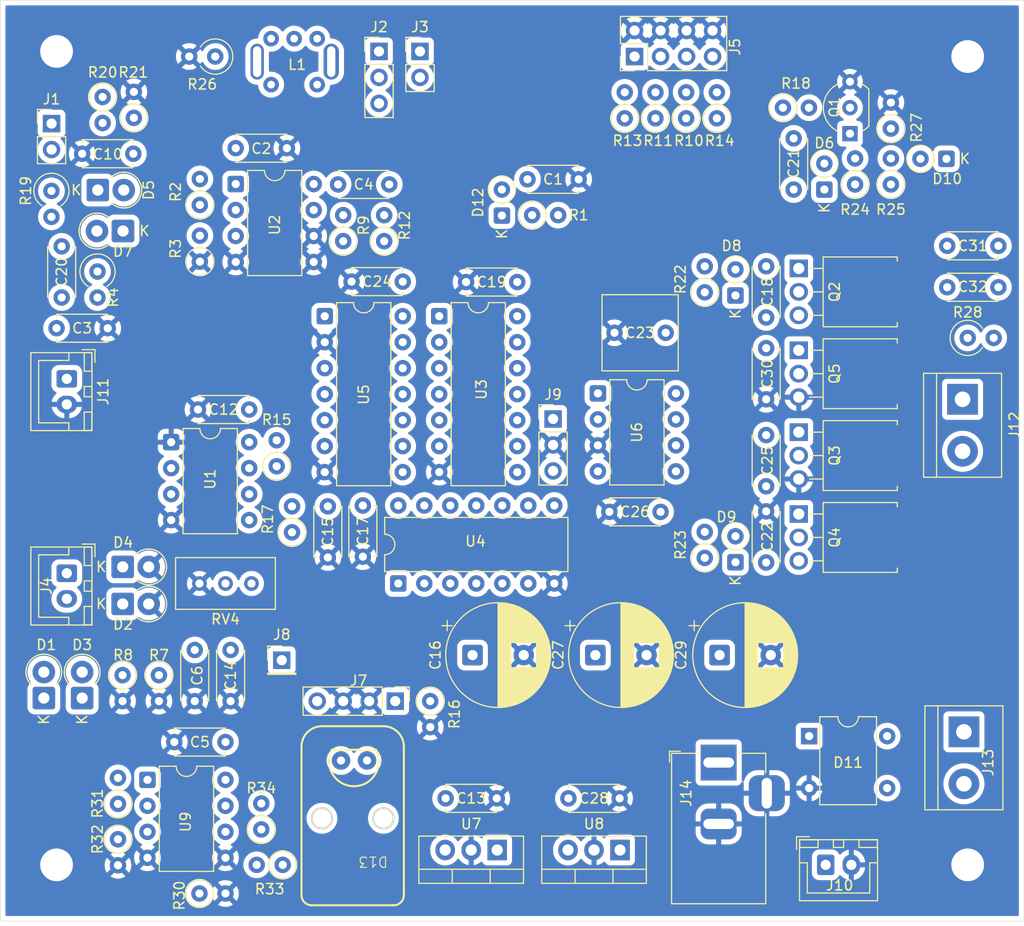
<source format=kicad_pcb>
(kicad_pcb (version 20241229) (generator "pcbnew") (generator_version "9.0")
  (layers (0 "F.Cu" signal) (2 "B.Cu" signal) (13 "F.Paste" user) (15 "B.Paste" user) (5 "F.SilkS" user "F.Silkscreen") (7 "B.SilkS" user "B.Silkscreen") (1 "F.Mask" user) (3 "B.Mask" user) (25 "Edge.Cuts" user))
  (net 0 "")
  (net 1 "Net-(D12-A)")
  (net 2 "GND")
  (net 3 "+5V")
  (net 4 "Net-(J11-Pin_1)")
  (net 5 "Net-(C4-Pad2)")
  (net 6 "SIGNAL")
  (net 7 "OC")
  (net 8 "Net-(D5-A)")
  (net 9 "+9V")
  (net 10 "Net-(J8-Pin_1)")
  (net 11 "Net-(U5B-~{R})")
  (net 12 "Net-(Q5-G)")
  (net 13 "Net-(D8-A)")
  (net 14 "Net-(C20-Pad1)")
  (net 15 "Net-(D6-K)")
  (net 16 "VDC")
  (net 17 "Net-(D9-A)")
  (net 18 "Net-(Q3-G)")
  (net 19 "Net-(Q2-D)")
  (net 20 "Net-(J12-Pin_1)")
  (net 21 "Net-(D1-A)")
  (net 22 "Net-(D3-A)")
  (net 23 "FEEDBACK")
  (net 24 "Net-(D6-A)")
  (net 25 "Net-(D10-A)")
  (net 26 "Net-(J13-Pin_2)")
  (net 27 "Net-(J13-Pin_1)")
  (net 28 "Net-(D12-K)")
  (net 29 "Net-(J2-Pin_1)")
  (net 30 "Net-(J2-Pin_3)")
  (net 31 "Net-(J5-Pin_7)")
  (net 32 "Net-(J5-Pin_5)")
  (net 33 "Net-(J5-Pin_1)")
  (net 34 "Net-(J5-Pin_3)")
  (net 35 "INT_INPUT")
  (net 36 "DRV1")
  (net 37 "DRV2")
  (net 38 "Net-(J12-Pin_2)")
  (net 39 "Net-(Q1-B)")
  (net 40 "Net-(U2-+)")
  (net 41 "INT")
  (net 42 "POWER_GOOD")
  (net 43 "OCD_STATUS")
  (net 44 "Net-(R15-Pad1)")
  (net 45 "Net-(U1-BAL)")
  (net 46 "~SIGNAL")
  (net 47 "Net-(U3-Pad6)")
  (net 48 "IS_RUNNING")
  (net 49 "Net-(U3-Pad3)")
  (net 50 "OCD")
  (net 51 "Net-(U4-Pad4)")
  (net 52 "Net-(U5A-~{R})")
  (net 57 "Net-(D13-A)")
  (net 58 "Net-(R31-Pad2)")
  (net 59 "Net-(U9A--)")
  (net 60 "Net-(U9B--)")
  (footprint "Capacitor_THT:C_Disc_D4.7mm_W2.5mm_P5.00mm" (layer "F.Cu") (at 67.5 90)
    (property "Reference" "C28" (at 2.5 0 0) (layer "F.SilkS"))
    (property "Value" "100n")
    (pad "1" thru_hole circle (at 0 0) (size 1.6 1.6) (drill 0.8) (layers "*.Cu" "*.Mask") (net 9 "+9V"))
    (pad "2" thru_hole circle (at 5 0) (size 1.6 1.6) (drill 0.8) (layers "*.Cu" "*.Mask") (net 2 "GND"))
  )
  (footprint "Connector_JST:JST_XH_B2B-XH-A_1x02_P2.50mm_Vertical" (layer "F.Cu") (at 18.5 68 -90)
    (property "Reference" "J4" (at 1.25 2 90) (layer "F.SilkS"))
    (property "Value" "OCD CT")
    (pad "1" thru_hole roundrect (at 0 0 270) (size 1.7 2) (drill 1) (layers "*.Cu" "*.Mask") (roundrect_rratio 0.147059) (net 22 "Net-(D3-A)"))
    (pad "2" thru_hole oval (at 2.5 0 270) (size 1.7 2) (drill 1) (layers "*.Cu" "*.Mask") (net 21 "Net-(D1-A)"))
  )
  (footprint "Capacitor_THT:C_Disc_D4.7mm_W2.5mm_P5.00mm" (layer "F.Cu") (at 22.5 44.052183 180)
    (property "Reference" "C3" (at 2.5 0 0) (layer "F.SilkS"))
    (property "Value" "150p")
    (pad "1" thru_hole circle (at 0 0 180) (size 1.6 1.6) (drill 0.8) (layers "*.Cu" "*.Mask") (net 2 "GND"))
    (pad "2" thru_hole circle (at 5 0 180) (size 1.6 1.6) (drill 0.8) (layers "*.Cu" "*.Mask") (net 4 "Net-(J11-Pin_1)"))
  )
  (footprint "Resistor_THT:R_Axial_DIN0207_L6.3mm_D2.5mm_P2.54mm_Vertical" (layer "F.Cu") (at 54 80.5 -90)
    (property "Reference" "R16" (at 1.27 -2.37 90) (layer "F.SilkS"))
    (property "Value" "1k")
    (pad "1" thru_hole circle (at 0 0 270) (size 1.6 1.6) (drill 0.8) (layers "*.Cu" "*.Mask") (net 35 "INT_INPUT"))
    (pad "2" thru_hole circle (at 2.54 0 270) (size 1.6 1.6) (drill 0.8) (layers "*.Cu" "*.Mask") (net 2 "GND"))
  )
  (footprint "Capacitor_THT:C_Disc_D4.7mm_W2.5mm_P5.00mm" (layer "F.Cu") (at 63.5 29.5)
    (property "Reference" "C1" (at 2.5 0 0) (layer "F.SilkS"))
    (property "Value" "10n")
    (pad "1" thru_hole circle (at 0 0) (size 1.6 1.6) (drill 0.8) (layers "*.Cu" "*.Mask") (net 1 "Net-(D12-A)"))
    (pad "2" thru_hole circle (at 5 0) (size 1.6 1.6) (drill 0.8) (layers "*.Cu" "*.Mask") (net 2 "GND"))
  )
  (footprint "Resistor_THT:R_Axial_DIN0207_L6.3mm_D2.5mm_P2.54mm_Vertical" (layer "F.Cu") (at 79 23.54 90)
    (property "Reference" "R10" (at -2.185 0.27 0) (layer "F.SilkS"))
    (property "Value" "330")
    (pad "1" thru_hole circle (at 0 0 90) (size 1.6 1.6) (drill 0.8) (layers "*.Cu" "*.Mask") (net 41 "INT"))
    (pad "2" thru_hole circle (at 2.54 0 90) (size 1.6 1.6) (drill 0.8) (layers "*.Cu" "*.Mask") (net 32 "Net-(J5-Pin_5)"))
  )
  (footprint "Resistor_THT:R_Axial_DIN0309_L9.0mm_D3.2mm_P2.54mm_Vertical" (layer "F.Cu") (at 21.5 38.512183 -90)
    (property "Reference" "R4" (at 2.54 -1.5 90) (layer "F.SilkS"))
    (property "Value" "100k")
    (pad "1" thru_hole circle (at 0 0 270) (size 1.6 1.6) (drill 0.8) (layers "*.Cu" "*.Mask") (net 14 "Net-(C20-Pad1)"))
    (pad "2" thru_hole circle (at 2.54 0 270) (size 1.6 1.6) (drill 0.8) (layers "*.Cu" "*.Mask") (net 4 "Net-(J11-Pin_1)"))
  )
  (footprint "Resistor_THT:R_Axial_DIN0207_L6.3mm_D2.5mm_P2.54mm_Vertical" (layer "F.Cu") (at 63.955 33)
    (property "Reference" "R1" (at 4.545 0 0) (layer "F.SilkS"))
    (property "Value" "10k")
    (pad "1" thru_hole circle (at 0 0) (size 1.6 1.6) (drill 0.8) (layers "*.Cu" "*.Mask") (net 28 "Net-(D12-K)"))
    (pad "2" thru_hole circle (at 2.54 0) (size 1.6 1.6) (drill 0.8) (layers "*.Cu" "*.Mask") (net 1 "Net-(D12-A)"))
  )
  (footprint "Capacitor_THT:C_Disc_D4.7mm_W2.5mm_P5.00mm" (layer "F.Cu") (at 47.42 66.38 90)
    (property "Reference" "C17" (at 2.5 0 90) (layer "F.SilkS"))
    (property "Value" "100n")
    (pad "1" thru_hole circle (at 0 0 90) (size 1.6 1.6) (drill 0.8) (layers "*.Cu" "*.Mask") (net 2 "GND"))
    (pad "2" thru_hole circle (at 5 0 90) (size 1.6 1.6) (drill 0.8) (layers "*.Cu" "*.Mask") (net 3 "+5V"))
  )
  (footprint "Capacitor_THT:C_Disc_D4.7mm_W2.5mm_P5.00mm" (layer "F.Cu") (at 86.815 59.5 90)
    (property "Reference" "C25" (at 2.5 0.118333 90) (layer "F.SilkS"))
    (property "Value" "100n")
    (pad "1" thru_hole circle (at 0 0 90) (size 1.6 1.6) (drill 0.8) (layers "*.Cu" "*.Mask") (net 17 "Net-(D9-A)"))
    (pad "2" thru_hole circle (at 5 0 90) (size 1.6 1.6) (drill 0.8) (layers "*.Cu" "*.Mask") (net 18 "Net-(Q3-G)"))
  )
  (footprint "Package_DIP:DIP-8_W7.62mm" (layer "F.Cu") (at 70.38 50.42)
    (property "Reference" "U6" (at 3.805 3.81 90) (layer "F.SilkS"))
    (property "Value" "TC4427")
    (pad "1" thru_hole roundrect (at 0 0) (size 1.6 1.6) (drill 0.8) (layers "*.Cu" "*.Mask") (roundrect_rratio 0.15625))
    (pad "2" thru_hole circle (at 0 2.54) (size 1.6 1.6) (drill 0.8) (layers "*.Cu" "*.Mask") (net 37 "DRV2"))
    (pad "3" thru_hole circle (at 0 5.08) (size 1.6 1.6) (drill 0.8) (layers "*.Cu" "*.Mask") (net 2 "GND"))
    (pad "4" thru_hole circle (at 0 7.62) (size 1.6 1.6) (drill 0.8) (layers "*.Cu" "*.Mask") (net 36 "DRV1"))
    (pad "5" thru_hole circle (at 7.62 7.62) (size 1.6 1.6) (drill 0.8) (layers "*.Cu" "*.Mask") (net 18 "Net-(Q3-G)"))
    (pad "6" thru_hole circle (at 7.62 5.08) (size 1.6 1.6) (drill 0.8) (layers "*.Cu" "*.Mask") (net 9 "+9V"))
    (pad "7" thru_hole circle (at 7.62 2.54) (size 1.6 1.6) (drill 0.8) (layers "*.Cu" "*.Mask") (net 12 "Net-(Q5-G)"))
    (pad "8" thru_hole circle (at 7.62 0) (size 1.6 1.6) (drill 0.8) (layers "*.Cu" "*.Mask"))
  )
  (footprint "Package_TO_SOT_THT:TO-92_Inline_Wide" (layer "F.Cu") (at 95 25.04 90)
    (property "Reference" "Q1" (at 2.585 -1.5 90) (layer "F.SilkS"))
    (property "Value" "BC547")
    (pad "1" thru_hole rect (at 0 0 90) (size 1.5 1.5) (drill 0.8) (layers "*.Cu" "*.Mask") (net 24 "Net-(D6-A)"))
    (pad "2" thru_hole circle (at 2.54 0 90) (size 1.5 1.5) (drill 0.8) (layers "*.Cu" "*.Mask") (net 39 "Net-(Q1-B)"))
    (pad "3" thru_hole circle (at 5.08 0 90) (size 1.5 1.5) (drill 0.8) (layers "*.Cu" "*.Mask") (net 2 "GND"))
  )
  (footprint "Capacitor_THT:C_Disc_D4.7mm_W2.5mm_P5.00mm" (layer "F.Cu") (at 62.5 39.54 180)
    (property "Reference" "C19" (at 2.5 0 0) (layer "F.SilkS"))
    (property "Value" "100n")
    (pad "1" thru_hole circle (at 0 0 180) (size 1.6 1.6) (drill 0.8) (layers "*.Cu" "*.Mask") (net 3 "+5V"))
    (pad "2" thru_hole circle (at 5 0 180) (size 1.6 1.6) (drill 0.8) (layers "*.Cu" "*.Mask") (net 2 "GND"))
  )
  (footprint "Resistor_THT:R_Axial_DIN0207_L6.3mm_D2.5mm_P2.54mm_Vertical" (layer "F.Cu") (at 40.5 64 90)
    (property "Reference" "R17" (at 1.27 -2.37 90) (layer "F.SilkS"))
    (property "Value" "1k")
    (pad "1" thru_hole circle (at 0 0 90) (size 1.6 1.6) (drill 0.8) (layers "*.Cu" "*.Mask") (net 3 "+5V"))
    (pad "2" thru_hole circle (at 2.54 0 90) (size 1.6 1.6) (drill 0.8) (layers "*.Cu" "*.Mask") (net 11 "Net-(U5B-~{R})"))
  )
  (footprint "Resistor_THT:R_Axial_DIN0207_L6.3mm_D2.5mm_P2.54mm_Vertical" (layer "F.Cu") (at 82 23.54 90)
    (property "Reference" "R14" (at -2.185 0.27 0) (layer "F.SilkS"))
    (property "Value" "330")
    (pad "1" thru_hole circle (at 0 0 90) (size 1.6 1.6) (drill 0.8) (layers "*.Cu" "*.Mask") (net 43 "OCD_STATUS"))
    (pad "2" thru_hole circle (at 2.54 0 90) (size 1.6 1.6) (drill 0.8) (layers "*.Cu" "*.Mask") (net 31 "Net-(J5-Pin_7)"))
  )
  (footprint "Resistor_THT:R_Axial_DIN0207_L6.3mm_D2.5mm_P2.54mm_Vertical" (layer "F.Cu") (at 95.5 30 90)
    (property "Reference" "R24" (at -2.455 0 0) (layer "F.SilkS"))
    (property "Value" "560k")
    (pad "1" thru_hole circle (at 0 0 90) (size 1.6 1.6) (drill 0.8) (layers "*.Cu" "*.Mask") (net 15 "Net-(D6-K)"))
    (pad "2" thru_hole circle (at 2.54 0 90) (size 1.6 1.6) (drill 0.8) (layers "*.Cu" "*.Mask") (net 24 "Net-(D6-A)"))
  )
  (footprint "Package_DIP:DIP-8_W7.62mm" (layer "F.Cu") (at 28.695 55.19)
    (property "Reference" "U1" (at 3.81 3.62 90) (layer "F.SilkS"))
    (property "Value" "LM311")
    (pad "1" thru_hole roundrect (at 0 0) (size 1.6 1.6) (drill 0.8) (layers "*.Cu" "*.Mask") (roundrect_rratio 0.15625) (net 2 "GND"))
    (pad "2" thru_hole circle (at 0 2.54) (size 1.6 1.6) (drill 0.8) (layers "*.Cu" "*.Mask") (net 10 "Net-(J8-Pin_1)"))
    (pad "3" thru_hole circle (at 0 5.08) (size 1.6 1.6) (drill 0.8) (layers "*.Cu" "*.Mask") (net 7 "OC"))
    (pad "4" thru_hole circle (at 0 7.62) (size 1.6 1.6) (drill 0.8) (layers "*.Cu" "*.Mask") (net 2 "GND"))
    (pad "5" thru_hole circle (at 7.62 7.62) (size 1.6 1.6) (drill 0.8) (layers "*.Cu" "*.Mask") (net 45 "Net-(U1-BAL)"))
    (pad "6" thru_hole circle (at 7.62 5.08) (size 1.6 1.6) (drill 0.8) (layers "*.Cu" "*.Mask") (net 45 "Net-(U1-BAL)"))
    (pad "7" thru_hole circle (at 7.62 2.54) (size 1.6 1.6) (drill 0.8) (layers "*.Cu" "*.Mask") (net 11 "Net-(U5B-~{R})"))
    (pad "8" thru_hole circle (at 7.62 0) (size 1.6 1.6) (drill 0.8) (layers "*.Cu" "*.Mask") (net 9 "+9V"))
  )
  (footprint "TerminalBlock:TerminalBlock_bornier-2_P5.08mm" (layer "F.Cu") (at 106.132323 83.5 -90)
    (property "Reference" "J13" (at 3 -2.367677 90) (layer "F.SilkS"))
    (property "Value" "AC")
    (pad "1" thru_hole rect (at 0 0 270) (size 3 3) (drill 1.52) (layers "*.Cu" "*.Mask") (net 27 "Net-(J13-Pin_1)"))
    (pad "2" thru_hole circle (at 5.08 0 270) (size 3 3) (drill 1.52) (layers "*.Cu" "*.Mask") (net 26 "Net-(J13-Pin_2)"))
  )
  (footprint "Diode_THT:D_DO-41_SOD81_P2.54mm_Vertical_KathodeUp" (layer "F.Cu") (at 23.96 67.37873)
    (property "Reference" "D4" (at 0.04 -2.37873 0) (layer "F.SilkS"))
    (property "Value" "1N5819")
    (fp_text user "K" (at -2.1 0 0) (layer "F.SilkS"))
    (pad "1" thru_hole roundrect (at 0 0) (size 2.2 2.2) (drill 1.1) (layers "*.Cu" "*.Mask") (roundrect_rratio 0.113636) (net 22 "Net-(D3-A)"))
    (pad "2" thru_hole circle (at 2.54 0) (size 2.2 2.2) (drill 1.1) (layers "*.Cu" "*.Mask") (net 2 "GND"))
  )
  (footprint "Package_DIP:DIP-8_W7.62mm" (layer "F.Cu") (at 26.38 88.19)
    (property "Reference" "U9" (at 3.722323 4.11 90) (layer "F.SilkS"))
    (property "Value" "TL072")
    (pad "1" thru_hole roundrect (at 0 0) (size 1.6 1.6) (drill 0.8) (layers "*.Cu" "*.Mask") (roundrect_rratio 0.15625) (net 58 "Net-(R31-Pad2)"))
    (pad "2" thru_hole circle (at 0 2.54) (size 1.6 1.6) (drill 0.8) (layers "*.Cu" "*.Mask") (net 59 "Net-(U9A--)"))
    (pad "3" thru_hole circle (at 0 5.08) (size 1.6 1.6) (drill 0.8) (layers "*.Cu" "*.Mask") (net 57 "Net-(D13-A)"))
    (pad "4" thru_hole circle (at 0 7.62) (size 1.6 1.6) (drill 0.8) (layers "*.Cu" "*.Mask") (net 2 "GND"))
    (pad "5" thru_hole circle (at 7.62 7.62) (size 1.6 1.6) (drill 0.8) (layers "*.Cu" "*.Mask") (net 2 "GND"))
    (pad "6" thru_hole circle (at 7.62 5.08) (size 1.6 1.6) (drill 0.8) (layers "*.Cu" "*.Mask") (net 60 "Net-(U9B--)"))
    (pad "7" thru_hole circle (at 7.62 2.54) (size 1.6 1.6) (drill 0.8) (layers "*.Cu" "*.Mask") (net 35 "INT_INPUT"))
    (pad "8" thru_hole circle (at 7.62 0) (size 1.6 1.6) (drill 0.8) (layers "*.Cu" "*.Mask") (net 3 "+5V"))
  )
  (footprint "Connector_PinHeader_2.54mm:PinHeader_1x02_P2.54mm_Vertical" (layer "F.Cu") (at 53 17)
    (property "Reference" "J3" (at 0 -2.38 0) (layer "F.SilkS"))
    (property "Value" "Signal TP")
    (pad "1" thru_hole rect (at 0 0) (size 1.7 1.7) (drill 1) (layers "*.Cu" "*.Mask") (net 6 "SIGNAL"))
    (pad "2" thru_hole circle (at 0 2.54) (size 1.7 1.7) (drill 1) (layers "*.Cu" "*.Mask") (net 6 "SIGNAL"))
  )
  (footprint "Capacitor_THT:C_Disc_D4.7mm_W2.5mm_P5.00mm" (layer "F.Cu") (at 71.5 62)
    (property "Reference" "C26" (at 2.5 0 0) (layer "F.SilkS"))
    (property "Value" "100n")
    (pad "1" thru_hole circle (at 0 0) (size 1.6 1.6) (drill 0.8) (layers "*.Cu" "*.Mask") (net 2 "GND"))
    (pad "2" thru_hole circle (at 5 0) (size 1.6 1.6) (drill 0.8) (layers "*.Cu" "*.Mask") (net 9 "+9V"))
  )
  (footprint "Capacitor_THT:C_Disc_D4.7mm_W2.5mm_P5.00mm" (layer "F.Cu") (at 89.5 30.5 90)
    (property "Reference" "C21" (at 2.545 0 90) (layer "F.SilkS"))
    (property "Value" "2.2u")
    (pad "1" thru_hole circle (at 0 0 90) (size 1.6 1.6) (drill 0.8) (layers "*.Cu" "*.Mask") (net 15 "Net-(D6-K)"))
    (pad "2" thru_hole circle (at 5 0 90) (size 1.6 1.6) (drill 0.8) (layers "*.Cu" "*.Mask") (net 3 "+5V"))
  )
  (footprint "MountingHole:MountingHole_3.2mm_M3_DIN965_Pad_TopBottom" (layer "F.Cu") (at 17.5 96.5)
    (property "Reference" "H3" (hide yes))
    (property "Value" "Body")
    (pad "1" thru_hole circle (at 0 0) (size 3.6 3.6) (drill 3.2) (layers "*.Cu" "*.Mask") (net 2 "GND"))
    (pad "1" connect circle (at 0 0) (size 5.6 5.6) (layers "F.Cu" "F.Mask") (net 2 "GND"))
    (pad "1" connect circle (at 0 0) (size 5.6 5.6) (layers "B.Cu" "B.Mask") (net 2 "GND"))
  )
  (footprint "Package_TO_SOT_THT:TO-220-3_Vertical" (layer "F.Cu") (at 60.54 95.05 180)
    (property "Reference" "U7" (at 2.54 2.55 0) (layer "F.SilkS"))
    (property "Value" "LM7805_TO220")
    (pad "1" thru_hole rect (at 0 0 180) (size 1.905 2) (drill 1.1) (layers "*.Cu" "*.Mask") (net 9 "+9V"))
    (pad "2" thru_hole oval (at 2.54 0 180) (size 1.905 2) (drill 1.1) (layers "*.Cu" "*.Mask") (net 2 "GND"))
    (pad "3" thru_hole oval (at 5.08 0 180) (size 1.905 2) (drill 1.1) (layers "*.Cu" "*.Mask") (net 3 "+5V"))
  )
  (footprint "Capacitor_THT:C_Disc_D4.7mm_W2.5mm_P5.00mm" (layer "F.Cu") (at 40 26.46 180)
    (property "Reference" "C2" (at 2.5 -0.04 0) (layer "F.SilkS"))
    (property "Value" "100n")
    (pad "1" thru_hole circle (at 0 0 180) (size 1.6 1.6) (drill 0.8) (layers "*.Cu" "*.Mask") (net 2 "GND"))
    (pad "2" thru_hole circle (at 5 0 180) (size 1.6 1.6) (drill 0.8) (layers "*.Cu" "*.Mask") (net 3 "+5V"))
  )
  (footprint "Capacitor_THT:C_Disc_D4.7mm_W2.5mm_P5.00mm" (layer "F.Cu") (at 55.5 90)
    (property "Reference" "C13" (at 2.5 0 0) (layer "F.SilkS"))
    (property "Value" "100n")
    (pad "1" thru_hole circle (at 0 0) (size 1.6 1.6) (drill 0.8) (layers "*.Cu" "*.Mask") (net 3 "+5V"))
    (pad "2" thru_hole circle (at 5 0) (size 1.6 1.6) (drill 0.8) (layers "*.Cu" "*.Mask") (net 2 "GND"))
  )
  (footprint "Resistor_THT:R_Axial_DIN0309_L9.0mm_D3.2mm_P2.54mm_Vertical" (layer "F.Cu") (at 106.5 45)
    (property "Reference" "R28" (at 0 -2.5 0) (layer "F.SilkS"))
    (property "Value" "10")
    (pad "1" thru_hole circle (at 0 0) (size 1.6 1.6) (drill 0.8) (layers "*.Cu" "*.Mask") (net 19 "Net-(Q2-D)"))
    (pad "2" thru_hole circle (at 2.54 0) (size 1.6 1.6) (drill 0.8) (layers "*.Cu" "*.Mask") (net 20 "Net-(J12-Pin_1)"))
  )
  (footprint "Connector_PinHeader_2.54mm:PinHeader_2x04_P2.54mm_Vertical" (layer "F.Cu") (at 73.96 17.5 90)
    (property "Reference" "J5" (at 0.94 9.81 90) (layer "F.SilkS"))
    (property "Value" "Status")
    (pad "1" thru_hole rect (at 0 0 90) (size 1.7 1.7) (drill 1) (layers "*.Cu" "*.Mask") (net 33 "Net-(J5-Pin_1)"))
    (pad "2" thru_hole circle (at 2.54 0 90) (size 1.7 1.7) (drill 1) (layers "*.Cu" "*.Mask") (net 2 "GND"))
    (pad "3" thru_hole circle (at 0 2.54 90) (size 1.7 1.7) (drill 1) (layers "*.Cu" "*.Mask") (net 34 "Net-(J5-Pin_3)"))
    (pad "4" thru_hole circle (at 2.54 2.54 90) (size 1.7 1.7) (drill 1) (layers "*.Cu" "*.Mask") (net 2 "GND"))
    (pad "5" thru_hole circle (at 0 5.08 90) (size 1.7 1.7) (drill 1) (layers "*.Cu" "*.Mask") (net 32 "Net-(J5-Pin_5)"))
    (pad "6" thru_hole circle (at 2.54 5.08 90) (size 1.7 1.7) (drill 1) (layers "*.Cu" "*.Mask") (net 2 "GND"))
    (pad "7" thru_hole circle (at 0 7.62 90) (size 1.7 1.7) (drill 1) (layers "*.Cu" "*.Mask") (net 31 "Net-(J5-Pin_7)"))
    (pad "8" thru_hole circle (at 2.54 7.62 90) (size 1.7 1.7) (drill 1) (layers "*.Cu" "*.Mask") (net 2 "GND"))
  )
  (footprint "Capacitor_THT:C_Disc_D4.7mm_W2.5mm_P5.00mm" (layer "F.Cu") (at 86.815 38 -90)
    (property "Reference" "C18" (at 2.5 -0.118333 90) (layer "F.SilkS"))
    (property "Value" "100n")
    (pad "1" thru_hole circle (at 0 0 270) (size 1.6 1.6) (drill 0.8) (layers "*.Cu" "*.Mask") (net 13 "Net-(D8-A)"))
    (pad "2" thru_hole circle (at 5 0 270) (size 1.6 1.6) (drill 0.8) (layers "*.Cu" "*.Mask") (net 12 "Net-(Q5-G)"))
  )
  (footprint "Capacitor_THT:C_Disc_D4.7mm_W2.5mm_P5.00mm" (layer "F.Cu") (at 31 75.5 -90)
    (property "Reference" "C6" (at 2.5 -0.24254 90) (layer "F.SilkS"))
    (property "Value" "1n")
    (pad "1" thru_hole circle (at 0 0 270) (size 1.6 1.6) (drill 0.8) (layers "*.Cu" "*.Mask") (net 7 "OC"))
    (pad "2" thru_hole circle (at 5 0 270) (size 1.6 1.6) (drill 0.8) (layers "*.Cu" "*.Mask") (net 2 "GND"))
  )
  (footprint "Capacitor_THT:CP_Radial_D10.0mm_P5.00mm" (layer "F.Cu") (at 82.264646 76)
    (property "Reference" "C29" (at -3.764646 0 90) (layer "F.SilkS"))
    (property "Value" "470u")
    (pad "1" thru_hole roundrect (at 0 0) (size 2 2) (drill 1) (layers "*.Cu" "*.Mask") (roundrect_rratio 0.125) (net 16 "VDC"))
    (pad "2" thru_hole circle (at 5 0) (size 2 2) (drill 1) (layers "*.Cu" "*.Mask") (net 2 "GND"))
  )
  (footprint "Capacitor_THT:C_Disc_D4.7mm_W2.5mm_P5.00mm" (layer "F.Cu") (at 31.315 52)
    (property "Reference" "C12" (at 2.5 0 0) (layer "F.SilkS"))
    (property "Value" "100n")
    (pad "1" thru_hole circle (at 0 0) (size 1.6 1.6) (drill 0.8) (layers "*.Cu" "*.Mask") (net 2 "GND"))
    (pad "2" thru_hole circle (at 5 0) (size 1.6 1.6) (drill 0.8) (layers "*.Cu" "*.Mask") (net 9 "+9V"))
  )
  (footprint "MountingHole:MountingHole_3.2mm_M3_DIN965_Pad_TopBottom" (layer "F.Cu") (at 17.5 17)
    (property "Reference" "H1" (hide yes))
    (property "Value" "Body")
    (pad "1" thru_hole circle (at 0 0) (size 3.6 3.6) (drill 3.2) (layers "*.Cu" "*.Mask") (net 2 "GND"))
    (pad "1" connect circle (at 0 0) (size 5.6 5.6) (layers "F.Cu" "F.Mask") (net 2 "GND"))
    (pad "1" connect circle (at 0 0) (size 5.6 5.6) (layers "B.Cu" "B.Mask") (net 2 "GND"))
  )
  (footprint "TerminalBlock:TerminalBlock_bornier-2_P5.08mm" (layer "F.Cu") (at 106 51 -90)
    (property "Reference" "J12" (at 2.54 -5.08 90) (layer "F.SilkS"))
    (property "Value" "GDT")
    (pad "1" thru_hole rect (at 0 0 270) (size 3 3) (drill 1.52) (layers "*.Cu" "*.Mask") (net 20 "Net-(J12-Pin_1)"))
    (pad "2" thru_hole circle (at 5.08 0 270) (size 3 3) (drill 1.52) (layers "*.Cu" "*.Mask") (net 38 "Net-(J12-Pin_2)"))
  )
  (footprint "Library:TO-251-3-1EP_Horizontal_TabDown" (layer "F.Cu") (at 90 46.21 -90)
    (property "Reference" "Q5" (at 2.29 -3.5 90) (layer "F.SilkS"))
    (property "Value" "IRFU024NPBF")
    (pad "1" thru_hole rect (at 0 0 270) (size 1.7175 1.8) (drill 1.1) (layers "*.Cu" "*.Mask") (net 12 "Net-(Q5-G)"))
    (pad "2" smd rect (at 2.29 -7.433333 270) (size 5.7 6.2) (layers "F.Cu" "F.Mask" "F.Paste") (net 19 "Net-(Q2-D)"))
    (pad "2" thru_hole oval (at 2.29 0 270) (size 1.7175 1.8) (drill 1.1) (layers "*.Cu" "*.Mask") (net 19 "Net-(Q2-D)"))
    (pad "3" thru_hole oval (at 4.58 0 270) (size 1.7175 1.8) (drill 1.1) (layers "*.Cu" "*.Mask") (net 2 "GND"))
  )
  (footprint "Capacitor_THT:C_Disc_D4.7mm_W2.5mm_P5.00mm" (layer "F.Cu") (at 104.5 40.05)
    (property "Reference" "C32" (at 2.5 -0.05 0) (layer "F.SilkS"))
    (property "Value" "10u")
    (pad "1" thru_hole circle (at 0 0) (size 1.6 1.6) (drill 0.8) (layers "*.Cu" "*.Mask") (net 19 "Net-(Q2-D)"))
    (pad "2" thru_hole circle (at 5 0) (size 1.6 1.6) (drill 0.8) (layers "*.Cu" "*.Mask") (net 20 "Net-(J12-Pin_1)"))
  )
  (footprint "Resistor_THT:R_Axial_DIN0207_L6.3mm_D2.5mm_P2.54mm_Vertical" (layer "F.Cu") (at 27.5 77.96 -90)
    (property "Reference" "R7" (at -1.96 0 0) (layer "F.SilkS"))
    (property "Value" "5.1")
    (pad "1" thru_hole circle (at 0 0 270) (size 1.6 1.6) (drill 0.8) (layers "*.Cu" "*.Mask") (net 7 "OC"))
    (pad "2" thru_hole circle (at 2.54 0 270) (size 1.6 1.6) (drill 0.8) (layers "*.Cu" "*.Mask") (net 2 "GND"))
  )
  (footprint "Library:BarrelJack_Horizontal" (layer "F.Cu") (at 82.174823 86.5 90)
    (property "Reference" "J14" (at -3 -3.174823 90) (layer "F.SilkS"))
    (property "Value" "DC Jack")
    (pad "1" thru_hole rect (at 0 0 90) (size 3.5 3.5) (drill oval 1 3) (layers "*.Cu" "*.Mask") (net 16 "VDC"))
    (pad "2" thru_hole roundrect (at -6 0 90) (size 3 3.5) (drill oval 1 3) (layers "*.Cu" "*.Mask") (net 2 "GND"))
    (pad "2" thru_hole roundrect (at -3 4.7 90) (size 3.5 3.5) (drill oval 3 1) (layers "*.Cu" "*.Mask") (net 2 "GND"))
  )
  (footprint "Library:TO-251-3-1EP_Horizontal_TabDown" (layer "F.Cu") (at 90 38.21 -90)
    (property "Reference" "Q2" (at 2.29 -3.5 90) (layer "F.SilkS"))
    (property "Value" "IRFU9024N")
    (pad "1" thru_hole rect (at 0 0 270) (size 1.7175 1.8) (drill 1.1) (layers "*.Cu" "*.Mask") (net 13 "Net-(D8-A)"))
    (pad "2" smd rect (at 2.29 -7.433333 270) (size 5.7 6.2) (layers "F.Cu" "F.Mask" "F.Paste") (net 19 "Net-(Q2-D)"))
    (pad "2" thru_hole oval (at 2.29 0 270) (size 1.7175 1.8) (drill 1.1) (layers "*.Cu" "*.Mask") (net 19 "Net-(Q2-D)"))
    (pad "3" thru_hole oval (at 4.58 0 270) (size 1.7175 1.8) (drill 1.1) (layers "*.Cu" "*.Mask") (net 16 "VDC"))
  )
  (footprint "Diode_THT:D_DO-35_SOD27_P2.54mm_Vertical_KathodeUp" (layer "F.Cu") (at 92.5 30.5 90)
    (property "Reference" "D6" (at 4.545 0 0) (layer "F.SilkS"))
    (property "Value" "BAT43")
    (fp_text user "K" (at -1.8 0 90) (layer "F.SilkS"))
    (pad "1" thru_hole roundrect (at 0 0 90) (size 1.6 1.6) (drill 0.8) (layers "*.Cu" "*.Mask") (roundrect_rratio 0.15625) (net 15 "Net-(D6-K)"))
    (pad "2" thru_hole circle (at 2.54 0 90) (size 1.6 1.6) (drill 0.8) (layers "*.Cu" "*.Mask") (net 24 "Net-(D6-A)"))
  )
  (footprint "Connector_JST:JST_XH_B2B-XH-A_1x02_P2.50mm_Vertical" (layer "F.Cu") (at 92.632323 96.5)
    (property "Reference" "J10" (at 1.367677 2 0) (layer "F.SilkS"))
    (property "Value" "~")
    (pad "1" thru_hole roundrect (at 0 0) (size 1.7 2) (drill 1) (layers "*.Cu" "*.Mask") (roundrect_rratio 0.147059) (net 16 "VDC"))
    (pad "2" thru_hole oval (at 2.5 0) (size 1.7 2) (drill 1) (layers "*.Cu" "*.Mask") (net 2 "GND"))
  )
  (footprint "Resistor_THT:R_Axial_DIN0207_L6.3mm_D2.5mm_P2.54mm_Vertical" (layer "F.Cu") (at 23.5 90.54 90)
    (property "Reference" "R31" (at 0.04 -2 90) (layer "F.SilkS"))
    (property "Value" "100k")
    (pad "1" thru_hole circle (at 0 0 90) (size 1.6 1.6) (drill 0.8) (layers "*.Cu" "*.Mask") (net 59 "Net-(U9A--)"))
    (pad "2" thru_hole circle (at 2.54 0 90) (size 1.6 1.6) (drill 0.8) (layers "*.Cu" "*.Mask") (net 58 "Net-(R31-Pad2)"))
  )
  (footprint "Resistor_THT:R_Axial_DIN0207_L6.3mm_D2.5mm_P2.54mm_Vertical" (layer "F.Cu") (at 49.5 35.545 90)
    (property "Reference" "R12" (at 1.54 2 90) (layer "F.SilkS"))
    (property "Value" "100k")
    (pad "1" thru_hole circle (at 0 0 90) (size 1.6 1.6) (drill 0.8) (layers "*.Cu" "*.Mask") (net 40 "Net-(U2-+)"))
    (pad "2" thru_hole circle (at 2.54 0 90) (size 1.6 1.6) (drill 0.8) (layers "*.Cu" "*.Mask") (net 6 "SIGNAL"))
  )
  (footprint "Diode_THT:D_DO-41_SOD81_P2.54mm_Vertical_KathodeUp" (layer "F.Cu") (at 23.987818 34.552183 180)
    (property "Reference" "D7" (at 0 -2 0) (layer "F.SilkS"))
    (property "Value" "1N5819")
    (fp_text user "K" (at -2.1 0 0) (layer "F.SilkS"))
    (pad "1" thru_hole roundrect (at 0 0 180) (size 2.2 2.2) (drill 1.1) (layers "*.Cu" "*.Mask") (roundrect_rratio 0.113636) (net 8 "Net-(D5-A)"))
    (pad "2" thru_hole circle (at 2.54 0 180) (size 2.2 2.2) (drill 1.1) (layers "*.Cu" "*.Mask") (net 23 "FEEDBACK"))
  )
  (footprint "Package_DIP:DIP-8_W7.62mm" (layer "F.Cu") (at 35 29.96)
    (property "Reference" "U2" (at 3.81 4 90) (layer "F.SilkS"))
    (property "Value" "LT1016")
    (pad "1" thru_hole roundrect (at 0 0) (size 1.6 1.6) (drill 0.8) (layers "*.Cu" "*.Mask") (roundrect_rratio 0.15625) (net 3 "+5V"))
    (pad "2" thru_hole circle (at 0 2.54) (size 1.6 1.6) (drill 0.8) (layers "*.Cu" "*.Mask") (net 40 "Net-(U2-+)"))
    (pad "3" thru_hole circle (at 0 5.08) (size 1.6 1.6) (drill 0.8) (layers "*.Cu" "*.Mask") (net 23 "FEEDBACK"))
    (pad "4" thru_hole circle (at 0 7.62) (size 1.6 1.6) (drill 0.8) (layers "*.Cu" "*.Mask") (net 2 "GND"))
    (pad "5" thru_hole circle (at 7.62 7.62) (size 1.6 1.6) (drill 0.8) (layers "*.Cu" "*.Mask") (net 2 "GND"))
    (pad "6" thru_hole circle (at 7.62 5.08) (size 1.6 1.6) (drill 0.8) (layers "*.Cu" "*.Mask") (net 2 "GND"))
    (pad "7" thru_hole circle (at 7.62 2.54) (size 1.6 1.6) (drill 0.8) (layers "*.Cu" "*.Mask") (net 6 "SIGNAL"))
    (pad "8" thru_hole circle (at 7.62 0) (size 1.6 1.6) (drill 0.8) (layers "*.Cu" "*.Mask") (net 46 "~SIGNAL"))
  )
  (footprint "Resistor_THT:R_Axial_DIN0207_L6.3mm_D2.5mm_P2.54mm_Vertical" (layer "F.Cu") (at 76 23.54 90)
    (property "Reference" "R11" (at -2.185 0.27 0) (layer "F.SilkS"))
    (property "Value" "330")
    (pad "1" thru_hole circle (at 0 0 90) (size 1.6 1.6) (drill 0.8) (layers "*.Cu" "*.Mask") (net 42 "POWER_GOOD"))
    (pad "2" thru_hole circle (at 2.54 0 90) (size 1.6 1.6) (drill 0.8) (layers "*.Cu" "*.Mask") (net 34 "Net-(J5-Pin_3)"))
  )
  (footprint "Library:TO-251-3-1EP_Horizontal_TabDown" (layer "F.Cu") (at 90 54.21 -90)
    (property "Reference" "Q3" (at 2.29 -3.5 90) (layer "F.SilkS"))
    (property "Value" "IRFU024NPBF")
    (pad "1" thru_hole rect (at 0 0 270) (size 1.7175 1.8) (drill 1.1) (layers "*.Cu" "*.Mask") (net 18 "Net-(Q3-G)"))
    (pad "2" smd rect (at 2.29 -7.433333 270) (size 5.7 6.2) (layers "F.Cu" "F.Mask" "F.Paste") (net 38 "Net-(J12-Pin_2)"))
    (pad "2" thru_hole oval (at 2.29 0 270) (size 1.7175 1.8) (drill 1.1) (layers "*.Cu" "*.Mask") (net 38 "Net-(J12-Pin_2)"))
    (pad "3" thru_hole oval (at 4.58 0 270) (size 1.7175 1.8) (drill 1.1) (layers "*.Cu" "*.Mask") (net 2 "GND"))
  )
  (footprint "Connector_PinHeader_2.54mm:PinHeader_1x04_P2.54mm_Vertical" (layer "F.Cu") (at 50.58 80.5 -90)
    (property "Reference" "J7" (at -2 3.58 0) (layer "F.SilkS"))
    (property "Value" "Interrupter")
    (pad "1" thru_hole rect (at 0 0 270) (size 1.7 1.7) (drill 1) (layers "*.Cu" "*.Mask") (net 35 "INT_INPUT"))
    (pad "2" thru_hole circle (at 0 2.54 270) (size 1.7 1.7) (drill 1) (layers "*.Cu" "*.Mask") (net 2 "GND"))
    (pad "3" thru_hole circle (at 0 5.08 270) (size 1.7 1.7) (drill 1) (layers "*.Cu" "*.Mask") (net 2 "GND"))
    (pad "4" thru_hole circle (at 0 7.62 270) (size 1.7 1.7) (drill 1) (layers "*.Cu" "*.Mask") (net 35 "INT_INPUT"))
  )
  (footprint "Package_DIP:DIP-14_W7.62mm" (layer "F.Cu") (at 50.88 69 90)
    (property "Reference" "U4" (at 4.12 7.54 0) (layer "F.SilkS"))
    (property "Value" "74HC14")
    (pad "1" thru_hole roundrect (at 0 0 90) (size 1.6 1.6) (drill 0.8) (layers "*.Cu" "*.Mask") (roundrect_rratio 0.15625) (net 3 "+5V"))
    (pad "2" thru_hole circle (at 0 2.54 90) (size 1.6 1.6) (drill 0.8) (layers "*.Cu" "*.Mask"))
    (pad "3" thru_hole circle (at 0 5.08 90) (size 1.6 1.6) (drill 0.8) (layers "*.Cu" "*.Mask") (net 35 "INT_INPUT"))
    (pad "4" thru_hole circle (at 0 7.62 90) (size 1.6 1.6) (drill 0.8) (layers "*.Cu" "*.Mask") (net 51 "Net-(U4-Pad4)"))
    (pad "5" thru_hole circle (at 0 10.16 90) (size 1.6 1.6) (drill 0.8) (layers "*.Cu" "*.Mask") (net 51 "Net-(U4-Pad4)"))
    (pad "6" thru_hole circle (at 0 12.7 90) (size 1.6 1.6) (drill 0.8) (layers "*.Cu" "*.Mask") (net 41 "INT"))
    (pad "7" thru_hole circle (at 0 15.24 90) (size 1.6 1.6) (drill 0.8) (layers "*.Cu" "*.Mask") (net 2 "GND"))
    (pad "8" thru_hole circle (at 7.62 15.24 90) (size 1.6 1.6) (drill 0.8) (layers "*.Cu" "*.Mask") (net 52 "Net-(U5A-~{R})"))
    (pad "9" thru_hole circle (at 7.62 12.7 90) (size 1.6 1.6) (drill 0.8) (layers "*.Cu" "*.Mask") (net 1 "Net-(D12-A)"))
    (pad "10" thru_hole circle (at 7.62 10.16 90) (size 1.6 1.6) (drill 0.8) (layers "*.Cu" "*.Mask") (net 42 "POWER_GOOD"))
    (pad "11" thru_hole circle (at 7.62 7.62 90) (size 1.6 1.6) (drill 0.8) (layers "*.Cu" "*.Mask") (net 15 "Net-(D6-K)"))
    (pad "12" thru_hole circle (at 7.62 5.08 90) (size 1.6 1.6) (drill 0.8) (layers "*.Cu" "*.Mask") (net 28 "Net-(D12-K)"))
    (pad "13" thru_hole circle (at 7.62 2.54 90) (size 1.6 1.6) (drill 0.8) (layers "*.Cu" "*.Mask") (net 47 "Net-(U3-Pad6)"))
    (pad "14" thru_hole circle (at 7.62 0 90) (size 1.6 1.6) (drill 0.8) (layers "*.Cu" "*.Mask") (net 3 "+5V"))
  )
  (footprint "Diode_THT:D_DO-35_SOD27_P2.54mm_Vertical_KathodeUp" (layer "F.Cu") (at 83.815 40.851371 90)
    (property "Reference" "D8" (at 4.851371 -0.381667 0) (layer "F.SilkS"))
    (property "Value" "1N4148")
    (fp_text user "K" (at -1.8 0 90) (layer "F.SilkS"))
    (pad "1" thru_hole roundrect (at 0 0 90) (size 1.6 1.6) (drill 0.8) (layers "*.Cu" "*.Mask") (roundrect_rratio 0.15625) (net 16 "VDC"))
    (pad "2" thru_hole circle (at 2.54 0 90) (size 1.6 1.6) (drill 0.8) (layers "*.Cu" "*.Mask") (net 13 "Net-(D8-A)"))
  )
  (footprint "Capacitor_THT:C_Rect_L7.2mm_W7.2mm_P5.00mm_FKS2_FKP2_MKS2_MKP2" (layer "F.Cu") (at 72 44.5)
    (property "Reference" "C23" (at 2.5 0 180) (layer "F.SilkS"))
    (property "Value" "2u")
    (pad "1" thru_hole circle (at 0 0) (size 1.6 1.6) (drill 0.8) (layers "*.Cu" "*.Mask") (net 2 "GND"))
    (pad "2" thru_hole circle (at 5 0) (size 1.6 1.6) (drill 0.8) (layers "*.Cu" "*.Mask") (net 9 "+9V"))
  )
  (footprint "Diode_THT:D_DO-41_SOD81_P2.54mm_Vertical_KathodeUp" (layer "F.Cu") (at 21.524365 30.552183)
    (property "Reference" "D5" (at 4.975635 0 90) (layer "F.SilkS"))
    (property "Value" "1N5819")
    (fp_text user "K" (at -2.1 0 0) (layer "F.SilkS"))
    (pad "1" thru_hole roundrect (at 0 0) (size 2.2 2.2) (drill 1.1) (layers "*.Cu" "*.Mask") (roundrect_rratio 0.113636) (net 23 "FEEDBACK"))
    (pad "2" thru_hole circle (at 2.54 0) (size 2.2 2.2) (drill 1.1) (layers "*.Cu" "*.Mask") (net 8 "Net-(D5-A)"))
  )
  (footprint "Diode_THT:Diode_Bridge_DIP-4_W7.62mm_P5.08mm" (layer "F.Cu") (at 91.012323 83.92)
    (property "Reference" "D11" (at 3.81 2.58 0) (layer "F.SilkS"))
    (property "Value" "D_Bridge_+-AA")
    (pad "1" thru_hole rect (at 0 0) (size 1.6 1.6) (drill 0.8) (layers "*.Cu" "*.Mask") (net 16 "VDC"))
    (pad "2" thru_hole oval (at 0 5.08) (size 1.6 1.6) (drill 0.8) (layers "*.Cu" "*.Mask") (net 2 "GND"))
    (pad "3" thru_hole oval (at 7.62 5.08) (size 1.6 1.6) (drill 0.8) (layers "*.Cu" "*.Mask") (net 26 "Net-(J13-Pin_2)"))
    (pad "4" thru_hole oval (at 7.62 0) (size 1.6 1.6) (drill 0.8) (layers "*.Cu" "*.Mask") (net 27 "Net-(J13-Pin_1)"))
  )
  (footprint "Resistor_THT:R_Axial_DIN0207_L6.3mm_D2.5mm_P2.54mm_Vertical" (layer "F.Cu") (at 31.5 37.55 90)
    (property "Reference" "R3" (at 1.27 -2.37 90) (layer "F.SilkS"))
    (property "Value" "470")
    (pad "1" thru_hole circle (at 0 0 90) (size 1.6 1.6) (drill 0.8) (layers "*.Cu" "*.Mask") (net 2 "GND"))
    (pad "2" thru_hole circle (at 2.54 0 90) (size 1.6 1.6) (drill 0.8) (layers "*.Cu" "*.Mask") (net 40 "Net-(U2-+)"))
  )
  (footprint "Connector_JST:JST_XH_B2B-XH-A_1x02_P2.50mm_Vertical" (layer "F.Cu") (at 18.5 49 -90)
    (property "Reference" "J11" (at 1.25 -3.55 90) (layer "F.SilkS"))
    (property "Value" "Feedback CT")
    (pad "1" thru_hole roundrect (at 0 0 270) (size 1.7 2) (drill 1) (layers "*.Cu" "*.Mask") (roundrect_rratio 0.147059) (net 4 "Net-(J11-Pin_1)"))
    (pad "2" thru_hole oval (at 2.5 0 270) (size 1.7 2) (drill 1) (layers "*.Cu" "*.Mask") (net 2 "GND"))
  )
  (footprint "Diode_THT:D_DO-41_SOD81_P2.54mm_Vertical_KathodeUp" (layer "F.Cu") (at 16.25746 80.2 90)
    (property "Reference" "D1" (at 5.2 0.24254 0) (layer "F.SilkS"))
    (property "Value" "1N5819")
    (fp_text user "K" (at -2.1 0 90) (layer "F.SilkS"))
    (pad "1" thru_hole roundrect (at 0 0 90) (size 2.2 2.2) (drill 1.1) (layers "*.Cu" "*.Mask") (roundrect_rratio 0.113636) (net 7 "OC"))
    (pad "2" thru_hole circle (at 2.54 0 90) (size 2.2 2.2) (drill 1.1) (layers "*.Cu" "*.Mask") (net 21 "Net-(D1-A)"))
  )
  (footprint "Library:TO-251-3-1EP_Horizontal_TabDown" (layer "F.Cu") (at 90 62.21 -90)
    (property "Reference" "Q4" (at 2.29 -3.5 90) (layer "F.SilkS"))
    (property "Value" "IRFU9024N")
    (pad "1" thru_hole rect (at 0 0 270) (size 1.7175 1.8) (drill 1.1) (layers "*.Cu" "*.Mask") (net 17 "Net-(D9-A)"))
    (pad "2" smd rect (at 2.29 -7.433333 270) (size 5.7 6.2) (layers "F.Cu" "F.Mask" "F.Paste") (net 38 "Net-(J12-Pin_2)"))
    (pad "2" thru_hole oval (at 2.29 0 270) (size 1.7175 1.8) (drill 1.1) (layers "*.Cu" "*.Mask") (net 38 "Net-(J12-Pin_2)"))
    (pad "3" thru_hole oval (at 4.58 0 270) (size 1.7175 1.8) (drill 1.1) (layers "*.Cu" "*.Mask") (net 16 "VDC"))
  )
  (footprint "Library:CoilCraft_Slot_7" (layer "F.Cu") (at 41 18.292)
    (property "Reference" "L1" (at 0 0 0) (layer "F.SilkS"))
    (property "Value" "L_Trim")
    (pad "1" thru_hole circle (at -2.54 -2.54) (size 1.524 1.524) (drill 0.762) (layers "*.Cu" "*.Mask") (net 29 "Net-(J2-Pin_1)"))
    (pad "2" thru_hole circle (at -0.292 -2.54) (size 1.524 1.524) (drill 0.762) (layers "*.Cu" "*.Mask") (net 30 "Net-(J2-Pin_3)"))
    (pad "3" thru_hole circle (at 1.956 -2.54) (size 1.524 1.524) (drill 0.762) (layers "*.Cu" "*.Mask"))
    (pad "4" thru_hole circle (at -2.54 1.956) (size 1.524 1.524) (drill 0.762) (layers "*.Cu" "*.Mask"))
    (pad "5" thru_hole circle (at 1.956 1.956) (size 1.524 1.524) (drill 0.762) (layers "*.Cu" "*.Mask"))
    (pad "6" thru_hole oval (at -3.91 -0.292) (size 1.3 3.5) (drill oval 0.8 3) (layers "*.Cu" "*.Mask"))
    (pad "7" thru_hole oval (at 3.33 -0.292) (size 1.5 3.5) (drill oval 0.8 3) (layers "*.Cu" "*.Mask"))
  )
  (footprint "Connector_PinHeader_2.54mm:PinHeader_1x03_P2.54mm_Vertical" (layer "F.Cu") (at 66 52.92)
    (property "Reference" "J9" (at 0 -2.38 0) (layer "F.SilkS"))
    (property "Value" "Drive TP")
    (pad "1" thru_hole rect (at 0 0) (size 1.7 1.7) (drill 1) (layers "*.Cu" "*.Mask") (net 37 "DRV2"))
    (pad "2" thru_hole circle (at 0 2.54) (size 1.7 1.7) (drill 1) (layers "*.Cu" "*.Mask") (net 2 "GND"))
    (pad "3" thru_hole circle (at 0 5.08) (size 1.7 1.7) (drill 1) (layers "*.Cu" "*.Mask") (net 36 "DRV1"))
  )
  (footprint "Capacitor_THT:CP_Radial_D10.0mm_P5.00mm" (layer "F.Cu") (at 58.132323 76)
    (property "Reference" "C16" (at -3.632323 0 270) (layer "F.SilkS"))
    (property "Value" "470u")
    (pad "1" thru_hole roundrect (at 0 0) (size 2 2) (drill 1) (layers "*.Cu" "*.Mask") (roundrect_rratio 0.125) (net 3 "+5V"))
    (pad "2" thru_hole circle (at 5 0) (size 2 2) (drill 1) (layers "*.Cu" "*.Mask") (net 2 "GND"))
  )
  (footprint "Diode_THT:D_DO-41_SOD81_P2.54mm_Vertical_KathodeUp" (layer "F.Cu") (at 23.96 71)
    (property "Reference" "D2" (at 0.04 2 0) (layer "F.SilkS"))
    (property "Value" "1N5819")
    (fp_text user "K" (at -2.1 0 0) (layer "F.SilkS"))
    (pad "1" thru_hole roundrect (at 0 0) (size 2.2 2.2) (drill 1.1) (layers "*.Cu" "*.Mask") (roundrect_rratio 0.113636) (net 21 "Net-(D1-A)"))
    (pad "2" thru_hole circle (at 2.54 0) (size 2.2 2.2) (drill 1.1) (layers "*.Cu" "*.Mask") (net 2 "GND"))
  )
  (footprint "Potentiometer_THT:Potentiometer_Bourns_3296W_Vertical" (layer "F.Cu") (at 31.46 69.005 180)
    (property "Reference" "RV4" (at -2.54 -3.495 0) (layer "F.SilkS"))
    (property "Value" "10k")
    (pad "1" thru_hole circle (at 0 0 180) (size 1.44 1.44) (drill 0.8) (layers "*.Cu" "*.Mask") (net 2 "GND"))
    (pad "2" thru_hole circle (at -2.54 0 180) (size 1.44 1.44) (drill 0.8) (layers "*.Cu" "*.Mask") (net 10 "Net-(J8-Pin_1)"))
    (pad "3" thru_hole circle (at -5.08 0 180) (size 1.44 1.44) (drill 0.8) (layers "*.Cu" "*.Mask") (net 44 "Net-(R15-Pad1)"))
  )
  (footprint "Resistor_THT:R_Axial_DIN0309_L9.0mm_D3.2mm_P2.54mm_Vertical" (layer "F.Cu") (at 33 17.5 180)
    (property "Reference" "R26" (at 1.27 -2.72 0) (layer "F.SilkS"))
    (property "Value" "51")
    (pad "1" thru_hole circle (at 0 0 180) (size 1.6 1.6) (drill 0.8) (layers "*.Cu" "*.Mask") (net 30 "Net-(J2-Pin_3)"))
    (pad "2" thru_hole circle (at 2.54 0 180) (size 1.6 1.6) (drill 0.8) (layers "*.Cu" "*.Mask") (net 2 "GND"))
  )
  (footprint "Capacitor_THT:C_Disc_D4.7mm_W2.5mm_P5.00mm" (layer "F.Cu") (at 18 36.052183 -90)
    (property "Reference" "C20" (at 2.5 0 90) (layer "F.SilkS"))
    (property "Value" "100n")
    (pad "1" thru_hole circle (at 0 0 270) (size 1.6 1.6) (drill 0.8) (layers "*.Cu" "*.Mask") (net 14 "Net-(C20-Pad1)"))
    (pad "2" thru_hole circle (at 5 0 270) (size 1.6 1.6) (drill 0.8) (layers "*.Cu" "*.Mask") (net 4 "Net-(J11-Pin_1)"))
  )
  (footprint "Resistor_THT:R_Axial_DIN0207_L6.3mm_D2.5mm_P2.54mm_Vertical" (layer "F.Cu") (at 31.46 99.3)
    (property "Reference" "R30" (at -1.96 0.2 90) (layer "F.SilkS"))
    (property "Value" "100k")
    (pad "1" thru_hole circle (at 0 0) (size 1.6 1.6) (drill 0.8) (layers "*.Cu" "*.Mask") (net 57 "Net-(D13-A)"))
    (pad "2" thru_hole circle (at 2.54 0) (size 1.6 1.6) (drill 0.8) (layers "*.Cu" "*.Mask") (net 2 "GND"))
  )
  (footprint "Resistor_THT:R_Axial_DIN0207_L6.3mm_D2.5mm_P2.54mm_Vertical" (layer "F.Cu") (at 99 24.54 90)
    (property "Reference" "R27" (at 0.085 2.5 90) (layer "F.SilkS"))
    (property "Value" "1k")
    (pad "1" thru_hole circle (at 0 0 90) (size 1.6 1.6) (drill 0.8) (layers "*.Cu" "*.Mask") (net 39 "Net-(Q1-B)"))
    (pad "2" thru_hole circle (at 2.54 0 90) (size 1.6 1.6) (drill 0.8) (layers "*.Cu" "*.Mask") (net 2 "GND"))
  )
  (footprint "Capacitor_THT:C_Disc_D4.7mm_W2.5mm_P5.00mm" (layer "F.Cu") (at 46.315 39.5)
    (property "Reference" "C24" (at 2.5 0 0) (layer "F.SilkS"))
    (property "Value" "100n")
    (pad "1" thru_hole circle (at 0 0) (size 1.6 1.6) (drill 0.8) (layers "*.Cu" "*.Mask") (net 2 "GND"))
    (pad "2" thru_hole circle (at 5 0) (size 1.6 1.6) (drill 0.8) (layers "*.Cu" "*.Mask") (net 3 "+5V"))
  )
  (footprint "Resistor_THT:R_Axial_DIN0207_L6.3mm_D2.5mm_P2.54mm_Vertical" (layer "F.Cu") (at 23.95 77.96 -90)
    (property "Reference" "R8" (at -1.96 -0.05 0) (layer "F.SilkS"))
    (property "Value" "5.1")
    (pad "1" thru_hole circle (at 0 0 270) (size 1.6 1.6) (drill 0.8) (layers "*.Cu" "*.Mask") (net 7 "OC"))
    (pad "2" thru_hole circle (at 2.54 0 270) (size 1.6 1.6) (drill 0.8) (layers "*.Cu" "*.Mask") (net 2 "GND"))
  )
  (footprint "Package_TO_SOT_THT:TO-220-3_Vertical" (layer "F.Cu") (at 72.54 95.05 180)
    (property "Reference" "U8" (at 2.54 2.55 0) (layer "F.SilkS"))
    (property "Value" "LM7809_TO220")
    (pad "1" thru_hole rect (at 0 0 180) (size 1.905 2) (drill 1.1) (layers "*.Cu" "*.Mask") (net 16 "VDC"))
    (pad "2" thru_hole oval (at 2.54 0 180) (size 1.905 2) (drill 1.1) (layers "*.Cu" "*.Mask") (net 2 "GND"))
    (pad "3" thru_hole oval (at 5.08 0 180) (size 1.905 2) (drill 1.1) (layers "*.Cu" "*.Mask") (net 9 "+9V"))
  )
  (footprint "Capacitor_THT:C_Disc_D4.7mm_W2.5mm_P5.00mm" (layer "F.Cu") (at 86.815 66.95 90)
    (property "Reference" "C22" (at 2.5 0.118333 90) (layer "F.SilkS"))
    (property "Value" "10u")
    (pad "1" thru_hole circle (at 0 0 90) (size 1.6 1.6) (drill 0.8) (layers "*.Cu" "*.Mask") (net 16 "VDC"))
    (pad "2" thru_hole circle (at 5 0 90) (size 1.6 1.6) (drill 0.8) (layers "*.Cu" "*.Mask") (net 2 "GND"))
  )
  (footprint "Library:hnaderi-toslink-rx" (layer "F.Cu") (at 51.425 82.7 180)
    (property "Reference" "D13" (at 3 -13.5 180) (layer "F.SilkS") (effects (font (thickness 0.1))))
    (property "Value" "D_Photo")
    (fp_circle (center 8 -9.25) (end 9 -9.25) (stroke (width 0.2)) (fill no) (layer "Edge.Cuts"))
    (fp_circle (center 2 -9.25) (end 3 -9.25) (stroke (width 0.2)) (fill no) (layer "Edge.Cuts"))
    (pad "1" thru_hole circle (at 6.14 -3.6 180) (size 1.8 1.8) (drill 0.8) (layers "*.Cu" "*.Mask") (net 3 "+5V"))
    (pad "2" thru_hole circle (at 3.6 -3.6 180) (size 1.8 1.8) (drill 0.8) (layers "*.Cu" "*.Mask") (net 57 "Net-(D13-A)"))
  )
  (footprint "Capacitor_THT:C_Disc_D4.7mm_W2.5mm_P5.00mm" (layer "F.Cu") (at 50 30 180)
    (property "Reference" "C4" (at 2.5 0 0) (layer "F.SilkS"))
    (property "Value" "1n")
    (pad "1" thru_hole circle (at 0 0 180) (size 1.6 1.6) (drill 0.8) (layers "*.Cu" "*.Mask") (net 6 "SIGNAL"))
    (pad "2" thru_hole circle (at 5 0 180) (size 1.6 1.6) (drill 0.8) (layers "*.Cu" "*.Mask") (net 5 "Net-(C4-Pad2)"))
  )
  (footprint "Resistor_THT:R_Axial_DIN0207_L6.3mm_D2.5mm_P2.54mm_Vertical" (layer "F.Cu") (at 22 21.455 -90)
    (property "Reference" "R20" (at -2.402817 0 0) (layer "F.SilkS"))
    (property "Value" "1k")
    (pad "1" thru_hole circle (at 0 0 270) (size 1.6 1.6) (drill 0.8) (layers "*.Cu" "*.Mask") (net 3 "+5V"))
    (pad "2" thru_hole circle (at 2.54 0 270) (size 1.6 1.6) (drill 0.8) (layers "*.Cu" "*.Mask") (net 8 "Net-(D5-A)"))
  )
  (footprint "Capacitor_THT:C_Disc_D4.7mm_W2.5mm_P5.00mm" (layer "F.Cu") (at 29 84.5)
    (property "Reference" "C5" (at 2.5 0 0) (layer "F.SilkS"))
    (property "Value" "100n")
    (pad "1" thru_hole circle (at 0 0) (size 1.6 1.6) (drill 0.8) (layers "*.Cu" "*.Mask") (net 2 "GND"))
    (pad "2" thru_hole circle (at 5 0) (size 1.6 1.6) (drill 0.8) (layers "*.Cu" "*.Mask") (net 3 "+5V"))
  )
  (footprint "Diode_THT:D_DO-35_SOD27_P2.54mm_Vertical_KathodeUp" (layer "F.Cu") (at 83.815 66.925686 90)
    (property "Reference" "D9" (at 4.425686 -0.881667 0) (layer "F.SilkS"))
    (property "Value" "1N4148")
    (fp_text user "K" (at -1.8 0 90) (layer "F.SilkS"))
    (pad "1" thru_hole roundrect (at 0 0 90) (size 1.6 1.6) (drill 0.8) (layers "*.Cu" "*.Mask") (roundrect_rratio 0.15625) (net 16 "VDC"))
    (pad "2" thru_hole circle (at 2.54 0 90) (size 1.6 1.6) (drill 0.8) (layers "*.Cu" "*.Mask") (net 17 "Net-(D9-A)"))
  )
  (footprint "Package_DIP:DIP-14_W7.62mm" (layer "F.Cu") (at 43.695 42.88)
    (property "Reference" "U5" (at 3.81 7.66 90) (layer "F.SilkS"))
    (property "Value" "74HC74")
    (pad "1" thru_hole roundrect (at 0 0) (size 1.6 1.6) (drill 0.8) (layers "*.Cu" "*.Mask") (roundrect_rratio 0.15625) (net 52 "Net-(U5A-~{R})"))
    (pad "2" thru_hole circle (at 0 2.54) (size 1.6 1.6) (drill 0.8) (layers "*.Cu" "*.Mask") (net 2 "GND"))
    (pad "3" thru_hole circle (at 0 5.08) (size 1.6 1.6) (drill 0.8) (layers "*.Cu" "*.Mask") (net 6 "SIGNAL"))
    (pad "4" thru_hole circle (at 0 7.62) (size 1.6 1.6) (drill 0.8) (layers "*.Cu" "*.Mask") (net 28 "Net-(D12-K)"))
    (pad "5" thru_hole circle (at 0 10.16) (size 1.6 1.6) (drill 0.8) (layers "*.Cu" "*.Mask") (net 48 "IS_RUNNING"))
    (pad "6" thru_hole circle (at 0 12.7) (size 1.6 1.6) (drill 0.8) (layers "*.Cu" "*.Mask"))
    (pad "7" thru_hole circle (at 0 15.24) (size 1.6 1.6) (drill 0.8) (layers "*.Cu" "*.Mask") (net 2 "GND"))
    (pad "8" thru_hole circle (at 7.62 15.24) (size 1.6 1.6) (drill 0.8) (layers "*.Cu" "*.Mask") (net 43 "OCD_STATUS"))
    (pad "9" thru_hole circle (at 7.62 12.7) (size 1.6 1.6) (drill 0.8) (layers "*.Cu" "*.Mask") (net 50 "OCD"))
    (pad "10" thru_hole circle (at 7.62 10.16) (size 1.6 1.6) (drill 0.8) (layers "*.Cu" "*.Mask") (net 3 "+5V"))
    (pad "11" thru_hole circle (at 7.62 7.62) (size 1.6 1.6) (drill 0.8) (layers "*.Cu" "*.Mask") (net 41 "INT"))
    (pad "12" thru_hole circle (at 7.62 5.08) (size 1.6 1.6) (drill 0.8) (layers "*.Cu" "*.Mask") (net 3 "+5V"))
    (pad "13" thru_hole circle (at 7.62 2.54) (size 1.6 1.6) (drill 0.8) (layers "*.Cu" "*.Mask") (net 11 "Net-(U5B-~{R})"))
    (pad "14" thru_hole circle (at 7.62 0) (size 1.6 1.6) (drill 0.8) (layers "*.Cu" "*.Mask") (net 3 "+5V"))
  )
  (footprint "Resistor_THT:R_Axial_DIN0207_L6.3mm_D2.5mm_P2.54mm_Vertical" (layer "F.Cu") (at 73 23.54 90)
    (property "Reference" "R13" (at -2.185 0.27 0) (layer "F.SilkS"))
    (property "Value" "330")
    (pad "1" thru_hole circle (at 0 0 90) (size 1.6 1.6) (drill 0.8) (layers "*.Cu" "*.Mask") (net 3 "+5V"))
    (pad "2" thru_hole circle (at 2.54 0 90) (size 1.6 1.6) (drill 0.8) (layers "*.Cu" "*.Mask") (net 33 "Net-(J5-Pin_1)"))
  )
  (footprint "Capacitor_THT:C_Disc_D4.7mm_W2.5mm_P5.00mm" (layer "F.Cu") (at 25 27 180)
    (property "Reference" "C10" (at 2.5 -0.052183 0) (layer "F.SilkS"))
    (property "Value" "1u")
    (pad "1" thru_hole circle (at 0 0 180) (size 1.6 1.6) (drill 0.8) (layers "*.Cu" "*.Mask") (net 8 "Net-(D5-A)"))
    (pad "2" thru_hole circle (at 5 0 180) (size 1.6 1.6) (drill 0.8) (layers "*.Cu" "*.Mask") (net 2 "GND"))
  )
  (footprint "Capacitor_THT:CP_Radial_D10.0mm_P5.00mm" (layer "F.Cu") (at 70.132323 76)
    (property "Reference" "C27" (at -3.632323 0 90) (layer "F.SilkS"))
    (property "Value" "470u")
    (pad "1" thru_hole roundrect (at 0 0) (size 2 2) (drill 1) (layers "*.Cu" "*.Mask") (roundrect_rratio 0.125) (net 9 "+9V"))
    (pad "2" thru_hole circle (at 5 0) (size 2 2) (drill 1) (layers "*.Cu" "*.Mask") (net 2 "GND"))
  )
  (footprint "Connector_PinHeader_2.54mm:PinHeader_1x03_P2.54mm_Vertical" (layer "F.Cu") (at 49 17)
    (property "Reference" "J2" (at 0 -2.38 0) (layer "F.SilkS"))
    (property "Value" "Phase lead")
    (pad "1" thru_hole rect (at 0 0) (size 1.7 1.7) (drill 1) (layers "*.Cu" "*.Mask") (net 29 "Net-(J2-Pin_1)"))
    (pad "2" thru_hole circle (at 0 2.54) (size 1.7 1.7) (drill 1) (layers "*.Cu" "*.Mask") (net 4 "Net-(J11-Pin_1)"))
    (pad "3" thru_hole circle (at 0 5.08) (size 1.7 1.7) (drill 1) (layers "*.Cu" "*.Mask") (net 30 "Net-(J2-Pin_3)"))
  )
  (footprint "Package_DIP:DIP-14_W7.62mm" (layer "F.Cu") (at 54.88 42.88)
    (property "Reference" "U3" (at 4.12 7.16 90) (layer "F.SilkS"))
    (property "Value" "7408")
    (pad "1" thru_hole roundrect (at 0 0) (size 1.6 1.6) (drill 0.8) (layers "*.Cu" "*.Mask") (roundrect_rratio 0.15625) (net 41 "INT"))
    (pad "2" thru_hole circle (at 0 2.54) (size 1.6 1.6) (drill 0.8) (layers "*.Cu" "*.Mask") (net 42 "POWER_GOOD"))
    (pad "3" thru_hole circle (at 0 5.08) (size 1.6 1.6) (drill 0.8) (layers "*.Cu" "*.Mask") (net 49 "Net-(U3-Pad3)"))
    (pad "4" thru_hole circle (at 0 7.62) (size 1.6 1.6) (drill 0.8) (layers "*.Cu" "*.Mask") (net 49 "Net-(U3-Pad3)"))
    (pad "5" thru_hole circle (at 0 10.16) (size 1.6 1.6) (drill 0.8) (layers "*.Cu" "*.Mask") (net 50 "OCD"))
    (pad "6" thru_hole circle (at 0 12.7) (size 1.6 1.6) (drill 0.8) (layers "*.Cu" "*.Mask") (net 47 "Net-(U3-Pad6)"))
    (pad "7" thru_hole circle (at 0 15.24) (size 1.6 1.6) (drill 0.8) (layers "*.Cu" "*.Mask") (net 2 "GND"))
    (pad "8" thru_hole circle (at 7.62 15.24) (size 1.6 1.6) (drill 0.8) (layers "*.Cu" "*.Mask") (net 36 "DRV1"))
    (pad "9" thru_hole circle (at 7.62 12.7) (size 1.6 1.6) (drill 0.8) (layers "*.Cu" "*.Mask") (net 46 "~SIGNAL"))
    (pad "10" thru_hole circle (at 7.62 10.16) (size 1.6 1.6) (drill 0.8) (layers "*.Cu" "*.Mask") (net 48 "IS_RUNNING"))
    (pad "11" thru_hole circle (at 7.62 7.62) (size 1.6 1.6) (drill 0.8) (layers "*.Cu" "*.Mask") (net 37 "DRV2"))
    (pad "12" thru_hole circle (at 7.62 5.08) (size 1.6 1.6) (drill 0.8) (layers "*.Cu" "*.Mask") (net 48 "IS_RUNNING"))
    (pad "13" thru_hole circle (at 7.62 2.54) (size 1.6 1.6) (drill 0.8) (layers "*.Cu" "*.Mask") (net 6 "SIGNAL"))
    (pad "14" thru_hole circle (at 7.62 0) (size 1.6 1.6) (drill 0.8) (layers "*.Cu" "*.Mask") (net 3 "+5V"))
  )
  (footprint "Resistor_THT:R_Axial_DIN0207_L6.3mm_D2.5mm_P2.54mm_Vertical" (layer "F.Cu") (at 45.5 35.545 90)
    (property "Reference" "R9" (at 1.545 2 90) (layer "F.SilkS"))
    (property "Value" "470")
    (pad "1" thru_hole circle (at 0 0 90) (size 1.6 1.6) (drill 0.8) (layers "*.Cu" "*.Mask") (net 40 "Net-(U2-+)"))
    (pad "2" thru_hole circle (at 2.54 0 90) (size 1.6 1.6) (drill 0.8) (layers "*.Cu" "*.Mask") (net 5 "Net-(C4-Pad2)"))
  )
  (footprint "Connector_PinHeader_2.54mm:PinHeader_1x01_P2.54mm_Vertical" (layer "F.Cu") (at 39.5 76.5)
    (property "Reference" "J8" (at 0 -2.5 0) (layer "F.SilkS"))
    (property "Value" "OCD TP")
    (pad "1" thru_hole rect (at 0 0) (size 1.7 1.7) (drill 1) (layers "*.Cu" "*.Mask") (net 10 "Net-(J8-Pin_1)"))
  )
  (footprint "Resistor_THT:R_Axial_DIN0309_L9.0mm_D3.2mm_P2.54mm_Vertical" (layer "F.Cu") (at 17 30.63 -90)
    (property "Reference" "R19" (at 0 2.5 90) (layer "F.SilkS"))
    (property "Value" "1k")
    (pad "1" thru_hole circle (at 0 0 270) (size 1.6 1.6) (drill 0.8) (layers "*.Cu" "*.Mask") (net 23 "FEEDBACK"))
    (pad "2" thru_hole circle (at 2.54 0 270) (size 1.6 1.6) (drill 0.8) (layers "*.Cu" "*.Mask") (net 14 "Net-(C20-Pad1)"))
  )
  (footprint "Resistor_THT:R_Axial_DIN0207_L6.3mm_D2.5mm_P2.54mm_Vertical" (layer "F.Cu") (at 88.455 22.5)
    (property "Reference" "R18" (at 1.27 -2.37 0) (layer "F.SilkS"))
    (property "Value" "1k")
    (pad "1" thru_hole circle (at 0 0) (size 1.6 1.6) (drill 0.8) (layers "*.Cu" "*.Mask") (net 3 "+5V"))
    (pad "2" thru_hole circle (at 2.54 0) (size 1.6 1.6) (drill 0.8) (layers "*.Cu" "*.Mask") (net 24 "Net-(D6-A)"))
  )
  (footprint "MountingHole:MountingHole_3.2mm_M3_DIN965_Pad_TopBottom" (layer "F.Cu") (at 106.5 17.5)
    (property "Reference" "H2" (hide yes))
    (property "Value" "Body")
    (pad "1" thru_hole circle (at 0 0) (size 3.6 3.6) (drill 3.2) (layers "*.Cu" "*.Mask") (net 2 "GND"))
    (pad "1" connect circle (at 0 0) (size 5.6 5.6) (layers "F.Cu" "F.Mask") (net 2 "GND"))
    (pad "1" connect circle (at 0 0) (size 5.6 5.6) (layers "B.Cu" "B.Mask") (net 2 "GND"))
  )
  (footprint "Capacitor_THT:C_Disc_D4.7mm_W2.5mm_P5.00mm" (layer "F.Cu") (at 104.5 36)
    (property "Reference" "C31" (at 2.5 0 0) (layer "F.SilkS"))
    (property "Value" "10u")
    (pad "1" thru_hole circle (at 0 0) (size 1.6 1.6) (drill 0.8) (layers "*.Cu" "*.Mask") (net 19 "Net-(Q2-D)"))
    (pad "2" thru_hole circle (at 5 0) (size 1.6 1.6) (drill 0.8) (layers "*.Cu" "*.Mask") (net 20 "Net-(J12-Pin_1)"))
  )
  (footprint "Resistor_THT:R_Axial_DIN0207_L6.3mm_D2.5mm_P2.54mm_Vertical" (layer "F.Cu") (at 39.59 96.5 180)
    (property "Reference" "R33" (at 1.27 -2.37 0) (layer "F.SilkS"))
    (property "Value" "10k")
    (pad "1" thru_hole circle (at 0 0 180) (size 1.6 1.6) (drill 0.8) (layers "*.Cu" "*.Mask") (net 60 "Net-(U9B--)"))
    (pad "2" thru_hole circle (at 2.54 0 180) (size 1.6 1.6) (drill 0.8) (layers "*.Cu" "*.Mask") (net 58 "Net-(R31-Pad2)"))
  )
  (footprint "Resistor_THT:R_Axial_DIN0207_L6.3mm_D2.5mm_P2.54mm_Vertical" (layer "F.Cu") (at 25.05 23.495 90)
    (property "Reference" "R21" (at 4.442817 -0.05 0) (layer "F.SilkS"))
    (property "Value" "470")
    (pad "1" thru_hole circle (at 0 0 90) (size 1.6 1.6) (drill 0.8) (layers "*.Cu" "*.Mask") (net 8 "Net-(D5-A)"))
    (pad "2" thru_hole circle (at 2.54 0 90) (size 1.6 1.6) (drill 0.8) (layers "*.Cu" "*.Mask") (net 2 "GND"))
  )
  (footprint "MountingHole:MountingHole_3.2mm_M3_DIN965_Pad_TopBottom" (layer "F.Cu") (at 106.5 96.5)
    (property "Reference" "H4" (hide yes))
    (property "Value" "Body")
    (pad "1" thru_hole circle (at 0 0) (size 3.6 3.6) (drill 3.2) (layers "*.Cu" "*.Mask") (net 2 "GND"))
    (pad "1" connect circle (at 0 0) (size 5.6 5.6) (layers "F.Cu" "F.Mask") (net 2 "GND"))
    (pad "1" connect circle (at 0 0) (size 5.6 5.6) (layers "B.Cu" "B.Mask") (net 2 "GND"))
  )
  (footprint "Resistor_THT:R_Axial_DIN0207_L6.3mm_D2.5mm_P2.54mm_Vertical" (layer "F.Cu") (at 31.5 32.005 90)
    (property "Reference" "R2" (at 1.27 -2.37 90) (layer "F.SilkS"))
    (property "Value" "1k")
    (pad "1" thru_hole circle (at 0 0 90) (size 1.6 1.6) (drill 0.8) (layers "*.Cu" "*.Mask") (net 40 "Net-(U2-+)"))
    (pad "2" thru_hole circle (at 2.54 0 90) (size 1.6 1.6) (drill 0.8) (layers "*.Cu" "*.Mask") (net 3 "+5V"))
  )
  (footprint "Resistor_THT:R_Axial_DIN0207_L6.3mm_D2.5mm_P2.54mm_Vertical" (layer "F.Cu") (at 99 30 90)
    (property "Reference" "R25" (at -2.455 0 0) (layer "F.SilkS"))
    (property "Value" "1k")
    (pad "1" thru_hole circle (at 0 0 90) (size 1.6 1.6) (drill 0.8) (layers "*.Cu" "*.Mask") (net 25 "Net-(D10-A)"))
    (pad "2" thru_hole circle (at 2.54 0 90) (size 1.6 1.6) (drill 0.8) (layers "*.Cu" "*.Mask") (net 39 "Net-(Q1-B)"))
  )
  (footprint "Resistor_THT:R_Axial_DIN0207_L6.3mm_D2.5mm_P2.54mm_Vertical" (layer "F.Cu") (at 37.5 93.04 90)
    (property "Reference" "R34" (at 4.04 0 0) (layer "F.SilkS"))
    (property "Value" "100k")
    (pad "1" thru_hole circle (at 0 0 90) (size 1.6 1.6) (drill 0.8) (layers "*.Cu" "*.Mask") (net 60 "Net-(U9B--)"))
    (pad "2" thru_hole circle (at 2.54 0 90) (size 1.6 1.6) (drill 0.8) (layers "*.Cu" "*.Mask") (net 35 "INT_INPUT"))
  )
  (footprint "Resistor_THT:R_Axial_DIN0207_L6.3mm_D2.5mm_P2.54mm_Vertical" (layer "F.Cu") (at 80.815 40.545 90)
    (property "Reference" "R22" (at 1.27 -2.37 90) (layer "F.SilkS"))
    (property "Value" "1k")
    (pad "1" thru_hole circle (at 0 0 90) (size 1.6 1.6) (drill 0.8) (layers "*.Cu" "*.Mask") (net 16 "VDC"))
    (pad "2" thru_hole circle (at 2.54 0 90) (size 1.6 1.6) (drill 0.8) (layers "*.Cu" "*.Mask") (net 13 "Net-(D8-A)"))
  )
  (footprint "Resistor_THT:R_Axial_DIN0207_L6.3mm_D2.5mm_P2.54mm_Vertical" (layer "F.Cu") (at 80.815 66.5 90)
    (property "Reference" "R23" (at 1.27 -2.37 90) (layer "F.SilkS"))
    (property "Value" "1k")
    (pad "1" thru_hole circle (at 0 0 90) (size 1.6 1.6) (drill 0.8) (layers "*.Cu" "*.Mask") (net 16 "VDC"))
    (pad "2" thru_hole circle (at 2.54 0 90) (size 1.6 1.6) (drill 0.8) (layers "*.Cu" "*.Mask") (net 17 "Net-(D9-A)"))
  )
  (footprint "Diode_THT:D_DO-35_SOD27_P2.54mm_Vertical_KathodeUp" (layer "F.Cu") (at 61 33.04 90)
    (property "Reference" "D12" (at 1.27 -2.326371 90) (layer "F.SilkS"))
    (property "Value" "1N4148")
    (fp_text user "K" (at -1.8 0 90) (layer "F.SilkS"))
    (pad "1" thru_hole roundrect (at 0 0 90) (size 1.6 1.6) (drill 0.8) (layers "*.Cu" "*.Mask") (roundrect_rratio 0.15625) (net 28 "Net-(D12-K)"))
    (pad "2" thru_hole circle (at 2.54 0 90) (size 1.6 1.6) (drill 0.8) (layers "*.Cu" "*.Mask") (net 1 "Net-(D12-A)"))
  )
  (footprint "Diode_THT:D_DO-35_SOD27_P2.54mm_Vertical_KathodeUp" (layer "F.Cu") (at 104.425686 27.5 180)
    (property "Reference" "D10" (at -0.074314 -1.955 0) (layer "F.SilkS"))
    (property "Value" "8.2v")
    (fp_text user "K" (at -1.8 0 0) (layer "F.SilkS"))
    (pad "1" thru_hole roundrect (at 0 0 180) (size 1.6 1.6) (drill 0.8) (layers "*.Cu" "*.Mask") (roundrect_rratio 0.15625) (net 16 "VDC"))
    (pad "2" thru_hole circle (at 2.54 0 180) (size 1.6 1.6) (drill 0.8) (layers "*.Cu" "*.Mask") (net 25 "Net-(D10-A)"))
  )
  (footprint "Connector_PinHeader_2.54mm:PinHeader_1x02_P2.54mm_Vertical" (layer "F.Cu") (at 17.012182 24.052183)
    (property "Reference" "J1" (at 0 -2.38 0) (layer "F.SilkS"))
    (property "Value" "Feedback TP")
    (pad "1" thru_hole rect (at 0 0) (size 1.7 1.7) (drill 1) (layers "*.Cu" "*.Mask") (net 23 "FEEDBACK"))
    (pad "2" thru_hole circle (at 0 2.54) (size 1.7 1.7) (drill 1) (layers "*.Cu" "*.Mask") (net 23 "FEEDBACK"))
  )
  (footprint "Diode_THT:D_DO-41_SOD81_P2.54mm_Vertical_KathodeUp" (layer "F.Cu") (at 20 80.2 90)
    (property "Reference" "D3" (at 5.2 0 0) (layer "F.SilkS"))
    (property "Value" "1N5819")
    (fp_text user "K" (at -2.1 0 90) (layer "F.SilkS"))
    (pad "1" thru_hole roundrect (at 0 0 90) (size 2.2 2.2) (drill 1.1) (layers "*.Cu" "*.Mask") (roundrect_rratio 0.113636) (net 7 "OC"))
    (pad "2" thru_hole circle (at 2.54 0 90) (size 2.2 2.2) (drill 1.1) (layers "*.Cu" "*.Mask") (net 22 "Net-(D3-A)"))
  )
  (footprint "Resistor_THT:R_Axial_DIN0207_L6.3mm_D2.5mm_P2.54mm_Vertical" (layer "F.Cu") (at 23.5 94 -90)
    (property "Reference" "R32" (at 0 2 90) (layer "F.SilkS"))
    (property "Value" "10k")
    (pad "1" thru_hole circle (at 0 0 270) (size 1.6 1.6) (drill 0.8) (layers "*.Cu" "*.Mask") (net 59 "Net-(U9A--)"))
    (pad "2" thru_hole circle (at 2.54 0 270) (size 1.6 1.6) (drill 0.8) (layers "*.Cu" "*.Mask") (net 2 "GND"))
  )
  (footprint "Capacitor_THT:C_Disc_D4.7mm_W2.5mm_P5.00mm" (layer "F.Cu") (at 34.5 80.5 90)
    (property "Reference" "C14" (at 2.5 0 90) (layer "F.SilkS"))
    (property "Value" "100n")
    (pad "1" thru_hole circle (at 0 0 90) (size 1.6 1.6) (drill 0.8) (layers "*.Cu" "*.Mask") (net 2 "GND"))
    (pad "2" thru_hole circle (at 5 0 90) (size 1.6 1.6) (drill 0.8) (layers "*.Cu" "*.Mask") (net 10 "Net-(J8-Pin_1)"))
  )
  (footprint "Resistor_THT:R_Axial_DIN0207_L6.3mm_D2.5mm_P2.54mm_Vertical" (layer "F.Cu") (at 39 57.545 90)
    (property "Reference" "R15" (at 4.545 0 0) (layer "F.SilkS"))
    (property "Value" "1.8k")
    (pad "1" thru_hole circle (at 0 0 90) (size 1.6 1.6) (drill 0.8) (layers "*.Cu" "*.Mask") (net 44 "Net-(R15-Pad1)"))
    (pad "2" thru_hole circle (at 2.54 0 90) (size 1.6 1.6) (drill 0.8) (layers "*.Cu" "*.Mask") (net 9 "+9V"))
  )
  (footprint "Capacitor_THT:C_Disc_D4.7mm_W2.5mm_P5.00mm" (layer "F.Cu") (at 44 61.46 -90)
    (property "Reference" "C15" (at 2.5 0 90) (layer "F.SilkS"))
    (property "Value" "1n")
    (pad "1" thru_hole circle (at 0 0 270) (size 1.6 1.6) (drill 0.8) (layers "*.Cu" "*.Mask") (net 11 "Net-(U5B-~{R})"))
    (pad "2" thru_hole circle (at 5 0 270) (size 1.6 1.6) (drill 0.8) (layers "*.Cu" "*.Mask") (net 2 "GND"))
  )
  (footprint "Capacitor_THT:C_Disc_D4.7mm_W2.5mm_P5.00mm" (layer "F.Cu") (at 86.815 46 -90)
    (property "Reference" "C30" (at 2.5 -0.118333 90) (layer "F.SilkS"))
    (property "Value" "10u")
    (pad "1" thru_hole circle (at 0 0 270) (size 1.6 1.6) (drill 0.8) (layers "*.Cu" "*.Mask") (net 16 "VDC"))
    (pad "2" thru_hole circle (at 5 0 270) (size 1.6 1.6) (drill 0.8) (layers "*.Cu" "*.Mask") (net 2 "GND"))
  )
  (gr_rect (start 12 12) (end 112 102) (stroke (width 0.05)) (fill no) (layer "Edge.Cuts"))
  (zone (net 2) (net_name "GND") (layer "B.Cu") (connect_pads (clearance 0.5)) (min_thickness 0.25) (fill yes (thermal_gap 0.5) (thermal_bridge_width 0.5))
    (polygon (pts (xy 12 12) (xy 12 102) (xy 112 102) (xy 112 12)))
  )
)
</source>
